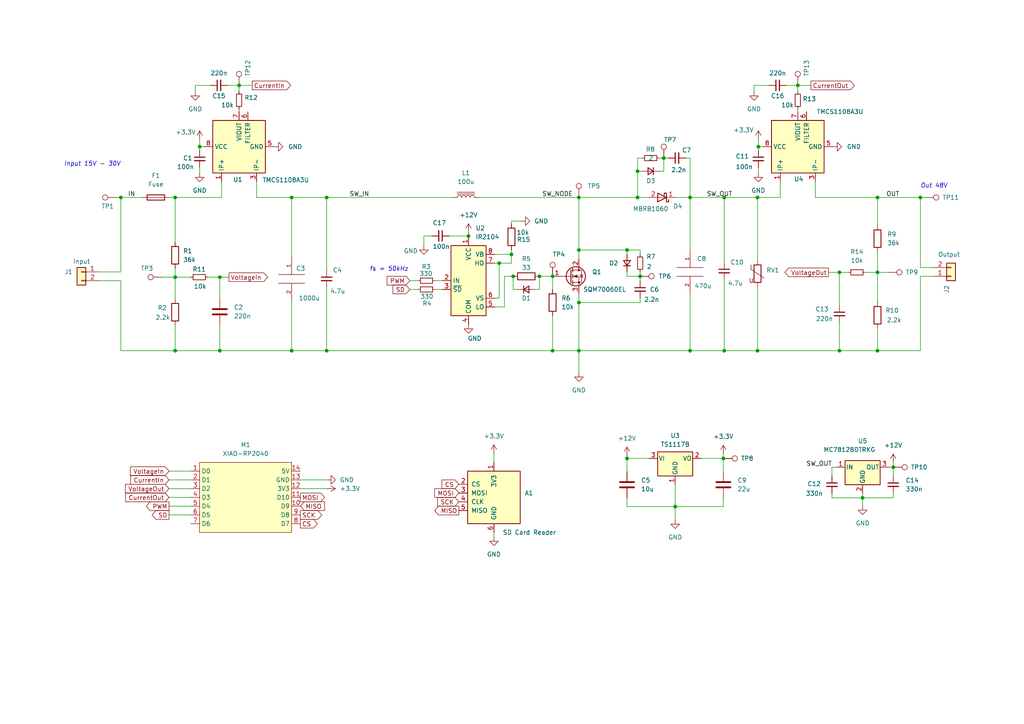
<source format=kicad_sch>
(kicad_sch (version 20230121) (generator eeschema)
  (paper "A4")
  (title_block (title "MPPTracker Boost Converter") (date "2023-02-01") (rev "1") (company "Arne Schmidt"))
  (junction (at 167.894 57.277))
  (junction (at 184.912 57.277))
  (junction (at 254.508 57.277))
  (junction (at 243.459 101.727))
  (junction (at 167.894 87.757))
  (junction (at 219.964 42.545))
  (junction (at 209.804 132.969))
  (junction (at 94.742 57.277))
  (junction (at 50.8 80.391))
  (junction (at 266.954 57.277))
  (junction (at 63.754 80.391))
  (junction (at 181.864 132.969))
  (junction (at 231.394 24.765))
  (junction (at 185.674 80.137))
  (junction (at 144.78 76.327))
  (junction (at 259.08 135.509))
  (junction (at 35.052 57.277))
  (junction (at 210.058 101.727))
  (junction (at 69.342 24.765))
  (junction (at 135.89 68.453))
  (junction (at 148.844 80.137))
  (junction (at 184.912 49.657))
  (junction (at 200.152 57.277))
  (junction (at 192.532 45.847))
  (junction (at 167.894 101.727))
  (junction (at 200.152 101.727))
  (junction (at 254.508 78.994))
  (junction (at 219.71 57.277))
  (junction (at 50.8 57.277))
  (junction (at 148.336 73.787))
  (junction (at 63.754 101.727))
  (junction (at 84.582 57.277))
  (junction (at 181.864 72.517))
  (junction (at 195.834 146.939))
  (junction (at 167.894 72.517))
  (junction (at 160.274 101.727))
  (junction (at 84.582 101.727))
  (junction (at 243.459 78.994))
  (junction (at 156.464 80.137))
  (junction (at 57.912 42.545))
  (junction (at 160.274 80.137))
  (junction (at 210.058 57.277))
  (junction (at 50.8 101.727))
  (junction (at 250.19 144.399))
  (junction (at 94.742 101.727))
  (junction (at 254.508 101.727))
  (junction (at 219.71 101.727))
  (wire (pts (xy 144.78 86.487) (xy 144.78 76.327)))
  (wire (pts (xy 50.8 57.277) (xy 64.262 57.277)))
  (wire (pts (xy 243.459 78.994) (xy 243.459 88.519)))
  (wire (pts (xy 167.894 85.217) (xy 167.894 87.757)))
  (wire (pts (xy 148.844 80.137) (xy 148.844 83.947)))
  (wire (pts (xy 236.474 52.705) (xy 236.474 57.277)))
  (wire (pts (xy 156.464 80.137) (xy 160.274 80.137)))
  (wire (pts (xy 143.51 73.787) (xy 148.336 73.787)))
  (wire (pts (xy 49.022 146.812) (xy 55.372 146.812)))
  (wire (pts (xy 143.51 86.487) (xy 144.78 86.487)))
  (wire (pts (xy 266.954 80.137) (xy 270.764 80.137)))
  (wire (pts (xy 35.052 57.277) (xy 41.402 57.277)))
  (wire (pts (xy 49.022 141.732) (xy 55.372 141.732)))
  (wire (pts (xy 219.71 57.277) (xy 226.314 57.277)))
  (wire (pts (xy 56.642 24.765) (xy 56.642 26.543)))
  (wire (pts (xy 94.742 101.727) (xy 160.274 101.727)))
  (wire (pts (xy 228.092 24.765) (xy 231.394 24.765)))
  (wire (pts (xy 60.96 24.765) (xy 56.642 24.765)))
  (wire (pts (xy 94.742 83.439) (xy 94.742 101.727)))
  (wire (pts (xy 254.508 78.994) (xy 254.508 87.63)))
  (wire (pts (xy 200.152 85.217) (xy 200.152 101.727)))
  (wire (pts (xy 148.336 76.327) (xy 148.336 73.787)))
  (wire (pts (xy 241.3 135.509) (xy 241.3 138.049)))
  (wire (pts (xy 57.912 42.545) (xy 57.912 43.561)))
  (wire (pts (xy 218.694 24.765) (xy 218.694 26.543)))
  (wire (pts (xy 181.864 80.137) (xy 185.674 80.137)))
  (wire (pts (xy 184.912 49.657) (xy 184.912 45.847)))
  (wire (pts (xy 231.394 24.765) (xy 235.204 24.765)))
  (wire (pts (xy 254.508 57.277) (xy 266.954 57.277)))
  (wire (pts (xy 35.052 57.277) (xy 35.052 78.867)))
  (wire (pts (xy 250.19 146.685) (xy 250.19 144.399)))
  (wire (pts (xy 254.508 101.727) (xy 266.954 101.727)))
  (wire (pts (xy 200.152 57.277) (xy 210.058 57.277)))
  (wire (pts (xy 241.3 144.399) (xy 241.3 143.129)))
  (wire (pts (xy 60.325 80.391) (xy 63.754 80.391)))
  (wire (pts (xy 143.256 131.572) (xy 143.256 134.112)))
  (wire (pts (xy 57.912 42.545) (xy 59.182 42.545)))
  (wire (pts (xy 69.342 31.623) (xy 69.342 32.385)))
  (wire (pts (xy 254.508 73.025) (xy 254.508 78.994)))
  (wire (pts (xy 191.262 45.847) (xy 192.532 45.847)))
  (wire (pts (xy 150.114 83.947) (xy 148.844 83.947)))
  (wire (pts (xy 226.314 52.705) (xy 226.314 57.277)))
  (wire (pts (xy 167.894 72.517) (xy 181.864 72.517)))
  (wire (pts (xy 259.08 138.049) (xy 259.08 135.509)))
  (wire (pts (xy 69.342 24.765) (xy 73.152 24.765)))
  (wire (pts (xy 219.964 48.641) (xy 219.964 50.165)))
  (wire (pts (xy 200.152 101.727) (xy 210.058 101.727)))
  (wire (pts (xy 209.804 132.969) (xy 209.804 136.779)))
  (wire (pts (xy 167.894 57.277) (xy 167.894 72.517)))
  (wire (pts (xy 192.532 49.657) (xy 192.532 45.847)))
  (wire (pts (xy 185.674 80.137) (xy 185.674 81.407)))
  (wire (pts (xy 231.394 24.765) (xy 231.394 26.543)))
  (wire (pts (xy 210.058 101.727) (xy 219.71 101.727)))
  (wire (pts (xy 250.19 144.399) (xy 241.3 144.399)))
  (wire (pts (xy 231.394 31.623) (xy 231.394 32.385)))
  (wire (pts (xy 266.954 57.277) (xy 266.954 77.597)))
  (wire (pts (xy 143.51 89.027) (xy 146.304 89.027)))
  (wire (pts (xy 130.302 68.453) (xy 135.89 68.453)))
  (wire (pts (xy 50.8 80.391) (xy 50.8 86.741)))
  (wire (pts (xy 181.864 72.517) (xy 185.674 72.517)))
  (wire (pts (xy 181.864 146.939) (xy 195.834 146.939)))
  (wire (pts (xy 49.022 57.277) (xy 50.8 57.277)))
  (wire (pts (xy 266.954 101.727) (xy 266.954 80.137)))
  (wire (pts (xy 219.964 42.545) (xy 221.234 42.545)))
  (wire (pts (xy 156.464 80.137) (xy 156.464 83.947)))
  (wire (pts (xy 198.882 45.847) (xy 200.152 45.847)))
  (wire (pts (xy 33.782 57.277) (xy 35.052 57.277)))
  (wire (pts (xy 118.872 83.947) (xy 121.158 83.947)))
  (wire (pts (xy 181.864 132.969) (xy 188.214 132.969)))
  (wire (pts (xy 35.052 81.407) (xy 28.702 81.407)))
  (wire (pts (xy 167.894 72.517) (xy 167.894 75.057)))
  (wire (pts (xy 209.804 144.399) (xy 209.804 146.939)))
  (wire (pts (xy 146.304 80.137) (xy 148.844 80.137)))
  (wire (pts (xy 84.582 87.249) (xy 84.582 101.727)))
  (wire (pts (xy 259.08 144.399) (xy 259.08 143.129)))
  (wire (pts (xy 84.582 57.277) (xy 94.742 57.277)))
  (wire (pts (xy 50.8 57.277) (xy 50.8 70.231)))
  (wire (pts (xy 195.834 57.277) (xy 200.152 57.277)))
  (wire (pts (xy 254.508 95.25) (xy 254.508 101.727)))
  (wire (pts (xy 160.274 91.567) (xy 160.274 101.727)))
  (wire (pts (xy 167.894 57.277) (xy 184.912 57.277)))
  (wire (pts (xy 219.964 40.513) (xy 219.964 42.545)))
  (wire (pts (xy 143.256 154.432) (xy 143.256 155.702)))
  (wire (pts (xy 148.336 64.135) (xy 148.336 64.897)))
  (wire (pts (xy 184.912 49.657) (xy 186.182 49.657)))
  (wire (pts (xy 66.04 24.765) (xy 69.342 24.765)))
  (wire (pts (xy 138.938 57.277) (xy 167.894 57.277)))
  (wire (pts (xy 185.674 87.757) (xy 167.894 87.757)))
  (wire (pts (xy 49.022 144.272) (xy 55.372 144.272)))
  (wire (pts (xy 241.3 135.509) (xy 242.57 135.509)))
  (wire (pts (xy 243.459 101.727) (xy 254.508 101.727)))
  (wire (pts (xy 64.262 52.705) (xy 64.262 57.277)))
  (wire (pts (xy 259.08 134.239) (xy 259.08 135.509)))
  (wire (pts (xy 63.754 101.727) (xy 84.582 101.727)))
  (wire (pts (xy 144.78 76.327) (xy 148.336 76.327)))
  (wire (pts (xy 74.422 52.705) (xy 74.422 57.277)))
  (wire (pts (xy 219.964 42.545) (xy 219.964 43.561)))
  (wire (pts (xy 181.864 132.969) (xy 181.864 136.779)))
  (wire (pts (xy 167.894 101.727) (xy 167.894 108.077)))
  (wire (pts (xy 46.99 80.391) (xy 50.8 80.391)))
  (wire (pts (xy 185.674 78.867) (xy 185.674 80.137)))
  (wire (pts (xy 143.51 76.327) (xy 144.78 76.327)))
  (wire (pts (xy 167.894 101.727) (xy 200.152 101.727)))
  (wire (pts (xy 191.262 49.657) (xy 192.532 49.657)))
  (wire (pts (xy 185.674 86.487) (xy 185.674 87.757)))
  (wire (pts (xy 151.13 64.135) (xy 148.336 64.135)))
  (wire (pts (xy 257.556 78.994) (xy 254.508 78.994)))
  (wire (pts (xy 57.912 40.513) (xy 57.912 42.545)))
  (wire (pts (xy 266.954 77.597) (xy 270.764 77.597)))
  (wire (pts (xy 181.864 144.399) (xy 181.864 146.939)))
  (wire (pts (xy 250.19 144.399) (xy 259.08 144.399)))
  (wire (pts (xy 254.508 57.277) (xy 254.508 65.405)))
  (wire (pts (xy 50.8 80.391) (xy 55.245 80.391)))
  (wire (pts (xy 184.912 49.657) (xy 184.912 57.277)))
  (wire (pts (xy 160.274 80.137) (xy 160.274 83.947)))
  (wire (pts (xy 135.89 68.453) (xy 135.89 68.707)))
  (wire (pts (xy 181.864 78.867) (xy 181.864 80.137)))
  (wire (pts (xy 209.804 131.699) (xy 209.804 132.969)))
  (wire (pts (xy 195.834 146.939) (xy 209.804 146.939)))
  (wire (pts (xy 148.336 73.787) (xy 148.336 72.517)))
  (wire (pts (xy 167.894 87.757) (xy 167.894 101.727)))
  (wire (pts (xy 257.81 135.509) (xy 259.08 135.509)))
  (wire (pts (xy 126.238 81.407) (xy 128.27 81.407)))
  (wire (pts (xy 210.058 57.277) (xy 219.71 57.277)))
  (wire (pts (xy 146.304 89.027) (xy 146.304 80.137)))
  (wire (pts (xy 122.936 68.453) (xy 122.936 71.247)))
  (wire (pts (xy 94.742 57.277) (xy 131.318 57.277)))
  (wire (pts (xy 203.454 132.969) (xy 209.804 132.969)))
  (wire (pts (xy 49.022 139.192) (xy 55.372 139.192)))
  (wire (pts (xy 63.754 80.391) (xy 66.421 80.391)))
  (wire (pts (xy 155.194 83.947) (xy 156.464 83.947)))
  (wire (pts (xy 236.474 57.277) (xy 254.508 57.277)))
  (wire (pts (xy 195.834 140.589) (xy 195.834 146.939)))
  (wire (pts (xy 125.222 68.453) (xy 122.936 68.453)))
  (wire (pts (xy 49.022 149.352) (xy 55.372 149.352)))
  (wire (pts (xy 87.122 141.732) (xy 94.742 141.732)))
  (wire (pts (xy 49.022 136.652) (xy 55.372 136.652)))
  (wire (pts (xy 184.912 57.277) (xy 188.214 57.277)))
  (wire (pts (xy 223.012 24.765) (xy 218.694 24.765)))
  (wire (pts (xy 181.864 72.517) (xy 181.864 73.787)))
  (wire (pts (xy 251.079 78.994) (xy 254.508 78.994)))
  (wire (pts (xy 50.8 94.361) (xy 50.8 101.727)))
  (wire (pts (xy 195.834 146.939) (xy 195.834 150.749)))
  (wire (pts (xy 243.459 78.994) (xy 245.999 78.994)))
  (wire (pts (xy 35.052 101.727) (xy 50.8 101.727)))
  (wire (pts (xy -32.385 188.468) (xy -30.353 188.468)))
  (wire (pts (xy 240.284 78.994) (xy 243.459 78.994)))
  (wire (pts (xy 69.342 24.765) (xy 69.342 26.543)))
  (wire (pts (xy 181.864 132.207) (xy 181.864 132.969)))
  (wire (pts (xy 118.872 81.407) (xy 121.158 81.407)))
  (wire (pts (xy 57.912 48.641) (xy 57.912 50.165)))
  (wire (pts (xy -32.512 183.007) (xy -30.226 183.007)))
  (wire (pts (xy 94.742 57.277) (xy 94.742 78.359)))
  (wire (pts (xy 200.152 57.277) (xy 200.152 72.517)))
  (wire (pts (xy 200.152 45.847) (xy 200.152 57.277)))
  (wire (pts (xy 185.674 73.787) (xy 185.674 72.517)))
  (wire (pts (xy 50.8 101.727) (xy 63.754 101.727)))
  (wire (pts (xy 35.052 101.727) (xy 35.052 81.407)))
  (wire (pts (xy 74.422 57.277) (xy 84.582 57.277)))
  (wire (pts (xy 84.582 101.727) (xy 94.742 101.727)))
  (wire (pts (xy 210.058 57.277) (xy 210.058 76.073)))
  (wire (pts (xy 35.052 78.867) (xy 28.702 78.867)))
  (wire (pts (xy 63.754 80.391) (xy 63.754 86.614)))
  (wire (pts (xy 243.459 93.599) (xy 243.459 101.727)))
  (wire (pts (xy 219.71 57.277) (xy 219.71 75.565)))
  (wire (pts (xy 135.89 67.437) (xy 135.89 68.453)))
  (wire (pts (xy 186.182 45.847) (xy 184.912 45.847)))
  (wire (pts (xy 219.71 83.185) (xy 219.71 101.727)))
  (wire (pts (xy 192.532 45.847) (xy 193.802 45.847)))
  (wire (pts (xy 266.954 57.277) (xy 268.224 57.277)))
  (wire (pts (xy 63.754 94.234) (xy 63.754 101.727)))
  (wire (pts (xy 87.122 139.192) (xy 94.742 139.192)))
  (wire (pts (xy 210.058 81.153) (xy 210.058 101.727)))
  (wire (pts (xy 250.19 143.129) (xy 250.19 144.399)))
  (wire (pts (xy 50.8 77.851) (xy 50.8 80.391)))
  (wire (pts (xy 126.238 83.947) (xy 128.27 83.947)))
  (wire (pts (xy 160.274 101.727) (xy 167.894 101.727)))
  (wire (pts (xy 219.71 101.727) (xy 243.459 101.727)))
  (wire (pts (xy 84.582 57.277) (xy 84.582 74.549)))
  (text "Out 48V" (at 266.954 54.737 0) (effects (font (size 1.27 1.27) italic) (justify left bottom)))
  (text "fs = 50kHz" (at 107.188 78.867 0) (effects (font (size 1.27 1.27) italic) (justify left bottom)))
  (text "Input 15V - 30V\n" (at 18.542 48.387 0) (effects (font (size 1.27 1.27) italic) (justify left bottom)))
  (label "SW_OUT" (at 204.978 57.277 0))
  (label "SW_OUT" (at 241.3 135.509 180))
  (label "SW_NODE" (at 157.226 57.277 0))
  (label "IN" (at 37.084 57.277 0))
  (label "OUT" (at 257.048 57.277 0))
  (label "SW_IN" (at 101.346 57.277 0))
  (global_label "PWM" (shape output) (at 49.022 146.812 180) (property "Intersheetrefs" "${INTERSHEET_REFS}" (effects hide)) (property "Referenzen zwischen Schaltplänen" "${INTERSHEET_REFS}" (effects hide)))
  (global_label "CurrentOut" (shape input) (at -32.893 207.391 180) (property "Intersheetrefs" "${INTERSHEET_REFS}" (effects hide)) (property "Referenzen zwischen Schaltplänen" "${INTERSHEET_REFS}" (effects hide)))
  (global_label "VoltageIn" (shape input) (at 49.022 136.652 180) (property "Intersheetrefs" "${INTERSHEET_REFS}" (effects hide)) (property "Referenzen zwischen Schaltplänen" "${INTERSHEET_REFS}" (effects hide)))
  (global_label "VoltageOut" (shape output) (at 240.284 78.994 180) (property "Intersheetrefs" "${INTERSHEET_REFS}" (effects hide)) (property "Referenzen zwischen Schaltplänen" "${INTERSHEET_REFS}" (effects hide)))
  (global_label "SD" (shape input) (at 118.872 83.947 180) (property "Intersheetrefs" "${INTERSHEET_REFS}" (effects hide)) (property "Referenzen zwischen Schaltplänen" "${INTERSHEET_REFS}" (effects hide)))
  (global_label "CurrentIn" (shape output) (at 73.152 24.765 0) (property "Intersheetrefs" "${INTERSHEET_REFS}" (effects hide)) (property "Referenzen zwischen Schaltplänen" "${INTERSHEET_REFS}" (effects hide)))
  (global_label "CurrentIn" (shape input) (at -32.893 202.438 180) (property "Intersheetrefs" "${INTERSHEET_REFS}" (effects hide)) (property "Referenzen zwischen Schaltplänen" "${INTERSHEET_REFS}" (effects hide)))
  (global_label "VoltageOut" (shape input) (at 49.022 141.732 180) (property "Intersheetrefs" "${INTERSHEET_REFS}" (effects hide)) (property "Referenzen zwischen Schaltplänen" "${INTERSHEET_REFS}" (effects hide)))
  (global_label "VoltageIn" (shape output) (at 66.421 80.391 0) (property "Intersheetrefs" "${INTERSHEET_REFS}" (effects hide)) (property "Referenzen zwischen Schaltplänen" "${INTERSHEET_REFS}" (effects hide)))
  (global_label "MISO" (shape input) (at 87.122 146.812 0) (property "Intersheetrefs" "${INTERSHEET_REFS}" (effects hide)) (property "Referenzen zwischen Schaltplänen" "${INTERSHEET_REFS}" (effects hide)))
  (global_label "CS" (shape input) (at 133.096 140.462 180) (property "Intersheetrefs" "${INTERSHEET_REFS}" (effects hide)) (property "Referenzen zwischen Schaltplänen" "${INTERSHEET_REFS}" (effects hide)))
  (global_label "SD" (shape output) (at 49.022 149.352 180) (property "Intersheetrefs" "${INTERSHEET_REFS}" (effects hide)) (property "Referenzen zwischen Schaltplänen" "${INTERSHEET_REFS}" (effects hide)))
  (global_label "MOSI" (shape output) (at 87.122 144.272 0) (property "Intersheetrefs" "${INTERSHEET_REFS}" (effects hide)) (property "Referenzen zwischen Schaltplänen" "${INTERSHEET_REFS}" (effects hide)))
  (global_label "IN" (shape input) (at -30.226 183.007 0) (property "Intersheetrefs" "${INTERSHEET_REFS}" (effects hide)) (property "Referenzen zwischen Schaltplänen" "${INTERSHEET_REFS}" (effects hide)))
  (global_label "CurrentOut" (shape output) (at 235.204 24.765 0) (property "Intersheetrefs" "${INTERSHEET_REFS}" (effects hide)) (property "Referenzen zwischen Schaltplänen" "${INTERSHEET_REFS}" (effects hide)))
  (global_label "SCK" (shape input) (at 133.096 145.542 180) (property "Intersheetrefs" "${INTERSHEET_REFS}" (effects hide)) (property "Referenzen zwischen Schaltplänen" "${INTERSHEET_REFS}" (effects hide)))
  (global_label "CS" (shape output) (at 87.122 151.892 0) (property "Intersheetrefs" "${INTERSHEET_REFS}" (effects hide)) (property "Referenzen zwischen Schaltplänen" "${INTERSHEET_REFS}" (effects hide)))
  (global_label "MISO" (shape output) (at 133.096 148.082 180) (property "Intersheetrefs" "${INTERSHEET_REFS}" (effects hide)) (property "Referenzen zwischen Schaltplänen" "${INTERSHEET_REFS}" (effects hide)))
  (global_label "VoltageIn" (shape input) (at -32.893 200.152 180) (property "Intersheetrefs" "${INTERSHEET_REFS}" (effects hide)) (property "Referenzen zwischen Schaltplänen" "${INTERSHEET_REFS}" (effects hide)))
  (global_label "CurrentIn" (shape input) (at 49.022 139.192 180) (property "Intersheetrefs" "${INTERSHEET_REFS}" (effects hide)) (property "Referenzen zwischen Schaltplänen" "${INTERSHEET_REFS}" (effects hide)))
  (global_label "SCK" (shape output) (at 87.122 149.352 0) (property "Intersheetrefs" "${INTERSHEET_REFS}" (effects hide)) (property "Referenzen zwischen Schaltplänen" "${INTERSHEET_REFS}" (effects hide)))
  (global_label "MOSI" (shape input) (at 133.096 143.002 180) (property "Intersheetrefs" "${INTERSHEET_REFS}" (effects hide)) (property "Referenzen zwischen Schaltplänen" "${INTERSHEET_REFS}" (effects hide)))
  (global_label "PWM" (shape input) (at 118.872 81.407 180) (property "Intersheetrefs" "${INTERSHEET_REFS}" (effects hide)) (property "Referenzen zwischen Schaltplänen" "${INTERSHEET_REFS}" (effects hide)))
  (global_label "VoltageOut" (shape input) (at -32.893 204.851 180) (property "Intersheetrefs" "${INTERSHEET_REFS}" (effects hide)) (property "Referenzen zwischen Schaltplänen" "${INTERSHEET_REFS}" (effects hide)))
  (global_label "CurrentOut" (shape input) (at 49.022 144.272 180) (property "Intersheetrefs" "${INTERSHEET_REFS}" (effects hide)) (property "Referenzen zwischen Schaltplänen" "${INTERSHEET_REFS}" (effects hide)))
  (symbol (lib_id "Connector:TestPoint") (at -32.893 207.391 270) (unit 1)
    (property "Reference" "TP17" (at -26.035 207.391 90))
    (property "Value" "TestPoint" (effects hide))
    (property "Footprint" "TestPoint:TestPoint_THTPad_D2.0mm_Drill1.0mm" (effects hide))
    (property "Sim.Enable" "0" (effects hide))
  )
  (symbol (lib_id "power:+3.3V") (at 209.804 131.699 0) (unit 1)
    (property "Reference" "#PWR0103" (effects hide))
    (property "Value" "+3.3V" (at 209.804 126.619 0))
  )
  (symbol (lib_id "Device:C_Small") (at 185.674 83.947 0) (unit 1)
    (property "Reference" "C6" (at 188.468 83.9532 0) (effects (justify left)))
    (property "Value" "2.2n" (at 186.817 86.868 0) (effects (justify left)))
    (property "Footprint" "TestPoint:TestPoint_2Pads_Pitch2.54mm_Drill0.8mm" (effects hide))
    (property "Sim.Device" "C" (effects hide))
    (property "Sim.Pins" "1=+ 2=-" (effects hide))
  )
  (symbol (lib_id "power:GND") (at 135.89 94.107 0) (unit 1)
    (property "Reference" "#PWR0114" (effects hide))
    (property "Value" "GND" (at 135.636 98.171 0) (effects (justify left)))
  )
  (symbol (lib_id "Device:R_Small") (at 123.698 83.947 90) (unit 1)
    (property "Reference" "R4" (at 125.222 88.011 90) (effects (justify left)))
    (property "Value" "330" (at 125.73 85.979 90) (effects (justify left)))
    (property "Footprint" "Resistor_SMD:R_0805_2012Metric_Pad1.20x1.40mm_HandSolder" (effects hide))
    (property "Sim.Device" "R" (effects hide))
    (property "Sim.Pins" "1=+ 2=-" (effects hide))
  )
  (symbol (lib_id "Device:C_Small") (at 63.5 24.765 90) (unit 1)
    (property "Reference" "C15" (at 63.5 27.813 90))
    (property "Value" "220n" (at 63.5 21.209 90))
    (property "Footprint" "Capacitor_SMD:C_0805_2012Metric_Pad1.18x1.45mm_HandSolder" (effects hide))
    (property "Sim.Device" "C" (effects hide))
    (property "Sim.Pins" "1=+ 2=-" (effects hide))
  )
  (symbol (lib_id "Connector:TestPoint") (at 209.804 132.969 270) (unit 1)
    (property "Reference" "TP8" (at 214.884 132.9689 90) (effects (justify left)))
    (property "Value" "TestPoint" (effects hide))
    (property "Footprint" "TestPoint:TestPoint_THTPad_D2.0mm_Drill1.0mm" (effects hide))
    (property "Sim.Enable" "0" (effects hide))
  )
  (symbol (lib_id "Device:R_Small") (at 123.698 81.407 90) (unit 1)
    (property "Reference" "R3" (at 124.968 77.343 90) (effects (justify left)))
    (property "Value" "330" (at 125.476 79.375 90) (effects (justify left)))
    (property "Footprint" "Resistor_SMD:R_0805_2012Metric_Pad1.20x1.40mm_HandSolder" (effects hide))
    (property "Sim.Device" "R" (effects hide))
    (property "Sim.Pins" "1=+ 2=-" (effects hide))
  )
  (symbol (lib_id "Connector_Generic:Conn_01x02") (at 275.844 80.137 0) (mirror x) (unit 1)
    (property "Reference" "J2" (at 274.5739 82.677 90) (effects (justify left)))
    (property "Value" "Output" (at 272.034 73.787 0) (effects (justify left)))
    (property "Footprint" "TerminalBlock_MetzConnect:TerminalBlock_MetzConnect_Type094_RT03502HBLU_1x02_P5.00mm_Horizontal" (effects hide))
    (property "Sim.Enable" "0" (effects hide))
  )
  (symbol (lib_id "pspice:CAP") (at 84.582 80.899 0) (unit 1)
    (property "Reference" "C3" (at 85.852 77.851 0) (effects (justify left)))
    (property "Value" "1000u" (at 86.614 86.487 0) (effects (justify left)))
    (property "Footprint" "Capacitor_THT:CP_Radial_D16.0mm_P7.50mm" (effects hide))
    (property "Sim.Device" "C" (effects hide))
    (property "Sim.Params" "c=1m" (effects hide))
    (property "Sim.Pins" "1=+ 2=-" (effects hide))
  )
  (symbol (lib_id "Connector:TestPoint") (at 231.394 24.765 0) (unit 1)
    (property "Reference" "TP13" (at 233.934 22.225 90) (effects (justify left)))
    (property "Value" "TestPoint" (effects hide))
    (property "Footprint" "TestPoint:TestPoint_THTPad_D2.0mm_Drill1.0mm" (effects hide))
    (property "Sim.Enable" "0" (effects hide))
  )
  (symbol (lib_id "power:+3.3V") (at 219.964 40.513 0) (unit 1)
    (property "Reference" "#PWR0101" (effects hide))
    (property "Value" "+3.3V" (at 215.646 37.719 0))
  )
  (symbol (lib_id "xiao-rp2040:XIAO-RP2040") (at 70.612 144.272 0) (unit 1)
    (property "Reference" "M1" (at 71.247 129.032 0))
    (property "Value" "XIAO-RP2040" (at 71.247 131.572 0))
    (property "Footprint" "xiao-rp2040:XIAO-RP2040" (effects hide))
    (property "Sim.Enable" "0" (effects hide))
  )
  (symbol (lib_id "Device:R") (at 148.336 68.707 0) (unit 1)
    (property "Reference" "R15" (at 151.892 69.469 0))
    (property "Value" "10k" (at 151.638 67.437 0))
    (property "Footprint" "Resistor_SMD:R_0805_2012Metric_Pad1.20x1.40mm_HandSolder" (effects hide))
    (property "Sim.Device" "R" (effects hide))
    (property "Sim.Pins" "1=+ 2=-" (effects hide))
  )
  (symbol (lib_id "power:GND") (at 151.13 64.135 90) (unit 1)
    (property "Reference" "#PWR0109" (effects hide))
    (property "Value" "GND" (at 154.94 64.1349 90) (effects (justify right)))
  )
  (symbol (lib_id "Device:C_Small") (at 196.342 45.847 90) (unit 1)
    (property "Reference" "C7" (at 199.136 43.561 90))
    (property "Value" "2.2n" (at 196.85 49.276 90))
    (property "Footprint" "TestPoint:TestPoint_2Pads_Pitch2.54mm_Drill0.8mm" (effects hide))
    (property "Sim.Device" "C" (effects hide))
    (property "Sim.Pins" "1=+ 2=-" (effects hide))
  )
  (symbol (lib_id "power:+3.3V") (at 143.256 131.572 0) (unit 1)
    (property "Reference" "#PWR07" (effects hide))
    (property "Value" "+3.3V" (at 143.256 126.492 0))
  )
  (symbol (lib_id "pspice:CAP") (at 200.152 78.867 0) (unit 1)
    (property "Reference" "C8" (at 202.184 75.057 0) (effects (justify left)))
    (property "Value" "470u" (at 201.422 82.931 0) (effects (justify left)))
    (property "Footprint" "Capacitor_THT:CP_Radial_D13.0mm_P5.00mm" (effects hide))
    (property "Sim.Device" "C" (effects hide))
    (property "Sim.Params" "c=470u" (effects hide))
    (property "Sim.Pins" "1=+ 2=-" (effects hide))
  )
  (symbol (lib_id "Device:C_Small") (at 259.08 140.589 0) (unit 1)
    (property "Reference" "C14" (at 262.636 139.3252 0) (effects (justify left)))
    (property "Value" "330n" (at 262.636 141.8652 0) (effects (justify left)))
    (property "Footprint" "Capacitor_SMD:C_0805_2012Metric_Pad1.18x1.45mm_HandSolder" (effects hide))
    (property "Sim.Device" "C" (effects hide))
    (property "Sim.Pins" "1=+ 2=-" (effects hide))
  )
  (symbol (lib_id "Device:D_Small") (at 181.864 76.327 90) (unit 1)
    (property "Reference" "D2" (at 179.324 76.327 90) (effects (justify left)))
    (property "Value" "snubber" (effects hide))
    (property "Footprint" "Diode_SMD:D_0805_2012Metric_Pad1.15x1.40mm_HandSolder" (effects hide))
    (property "Sim.Device" "D" (effects hide))
    (property "Sim.Pins" "1=A 2=K" (effects hide))
    (property "Sim.Params" "temp=35 m=0" (effects hide))
  )
  (symbol (lib_id "Device:R_Small") (at 231.394 29.083 0) (unit 1)
    (property "Reference" "R13" (at 232.791 28.702 0) (effects (justify left)))
    (property "Value" "10k" (at 226.568 30.48 0) (effects (justify left)))
    (property "Footprint" "Resistor_SMD:R_0805_2012Metric_Pad1.20x1.40mm_HandSolder" (effects hide))
    (property "Sim.Device" "R" (effects hide))
    (property "Sim.Pins" "1=+ 2=-" (effects hide))
  )
  (symbol (lib_id "Driver_FET:IR2104") (at 135.89 81.407 0) (unit 1)
    (property "Reference" "U2" (at 137.9094 66.167 0) (effects (justify left)))
    (property "Value" "IR2104" (at 137.9094 68.707 0) (effects (justify left)))
    (property "Footprint" "Package_SO:SOIC-8_3.9x4.9mm_P1.27mm" (effects hide))
    (property "Datasheet" "https://www.infineon.com/dgdl/ir2104.pdf?fileId=5546d462533600a4015355c7c1c31671" (effects hide))
    (property "LCSC" "C2960" (effects hide))
    (property "Sim.Name" "IR2104_INPUT_STAGE" (effects hide))
    (property "Sim.Library" "spice/IR2104.lib" (effects hide))
    (property "Sim.Device" "SUBCKT" (effects hide))
    (property "Sim.Pins" "1=LIN_DD 2=HIN_DD 3=SD_DD 4=LIN 5=HIN 6=SD 7=COM" (effects hide))
    (property "Sim.Enable" "0" (effects hide))
  )
  (symbol (lib_id "Sensor_Current:ACS725xLCTR-20AU") (at 69.342 42.545 90) (unit 1)
    (property "Reference" "U1" (at 70.358 52.07 90) (effects (justify left)))
    (property "Value" "TMCS1108A3U" (at 89.662 52.197 90) (effects (justify left)))
    (property "Footprint" "Package_SO:SOIC-8_3.9x4.9mm_P1.27mm" (effects hide))
    (property "Datasheet" "http://www.allegromicro.com/~/media/Files/Datasheets/ACS725-Datasheet.ashx?la=en" (effects hide))
    (property "LCSC" "C3684263" (effects hide))
    (property "Sim.Name" "TMCS1108A3U" (effects hide))
    (property "Sim.Device" "R" (effects hide))
    (property "Sim.Pins" "1=+ 2=-" (effects hide))
    (property "Sim.Params" "r=0" (effects hide))
  )
  (symbol (lib_id "Regulator_Linear:L7812") (at 250.19 135.509 0) (unit 1)
    (property "Reference" "U5" (at 250.19 127.889 0))
    (property "Value" "MC7812BDTRKG" (at 246.38 130.429 0))
    (property "Footprint" "Package_TO_SOT_SMD:TO-263-3_TabPin2" (effects hide))
    (property "Datasheet" "http://www.st.com/content/ccc/resource/technical/document/datasheet/41/4f/b3/b0/12/d4/47/88/CD00000444.pdf/files/CD00000444.pdf/jcr:content/translations/en.CD00000444.pdf" (effects hide))
    (property "Sim.Name" "7812" (effects hide))
    (property "Sim.Library" "spice/regulators.lib" (effects hide))
    (property "Sim.Device" "SUBCKT" (effects hide))
    (property "Sim.Pins" "1=In 2=Aj 3=Out" (effects hide))
    (property "Sim.Enable" "0" (effects hide))
  )
  (symbol (lib_id "power:GND") (at 250.19 146.685 0) (unit 1)
    (property "Reference" "#PWR0107" (effects hide))
    (property "Value" "GND" (at 250.19 151.765 0))
  )
  (symbol (lib_id "power:+12V") (at 181.864 132.207 0) (unit 1)
    (property "Reference" "#PWR012" (effects hide))
    (property "Value" "+12V" (at 181.864 127.127 0))
  )
  (symbol (lib_id "power:GND") (at 79.502 42.545 90) (unit 1)
    (property "Reference" "#PWR0113" (effects hide))
    (property "Value" "GND" (at 83.566 42.5449 90) (effects (justify right)))
  )
  (symbol (lib_id "Device:R") (at 254.508 69.215 0) (unit 1)
    (property "Reference" "R9" (at 257.302 67.9449 0) (effects (justify left)))
    (property "Value" "36k" (at 257.302 70.4849 0) (effects (justify left)))
    (property "Footprint" "Resistor_SMD:R_0805_2012Metric_Pad1.20x1.40mm_HandSolder" (effects hide))
    (property "Sim.Device" "R" (effects hide))
    (property "Sim.Pins" "1=+ 2=-" (effects hide))
  )
  (symbol (lib_id "Device:R_Small") (at 185.674 76.327 0) (unit 1)
    (property "Reference" "R7" (at 187.452 74.422 0) (effects (justify left)))
    (property "Value" "2" (at 187.579 77.343 0) (effects (justify left)))
    (property "Footprint" "TestPoint:TestPoint_2Pads_Pitch2.54mm_Drill0.8mm" (effects hide))
    (property "Sim.Device" "R" (effects hide))
    (property "Sim.Pins" "1=+ 2=-" (effects hide))
  )
  (symbol (lib_id "Connector:TestPoint") (at 185.674 80.137 270) (unit 1)
    (property "Reference" "TP6" (at 191.008 80.1369 90) (effects (justify left)))
    (property "Value" "TestPoint" (effects hide))
    (property "Footprint" "TestPoint:TestPoint_THTPad_D2.0mm_Drill1.0mm" (effects hide))
    (property "Sim.Enable" "0" (effects hide))
  )
  (symbol (lib_id "Device:R") (at 50.8 90.551 0) (unit 1)
    (property "Reference" "R2" (at 45.72 89.281 0) (effects (justify left)))
    (property "Value" "2.2k" (at 45.085 92.075 0) (effects (justify left)))
    (property "Footprint" "Resistor_SMD:R_0805_2012Metric_Pad1.20x1.40mm_HandSolder" (effects hide))
    (property "Sim.Device" "R" (effects hide))
    (property "Sim.Pins" "1=+ 2=-" (effects hide))
  )
  (symbol (lib_id "Device:R") (at 160.274 87.757 0) (unit 1)
    (property "Reference" "R6" (at 162.814 86.4869 0) (effects (justify left)))
    (property "Value" "10k" (at 162.814 89.0269 0) (effects (justify left)))
    (property "Footprint" "Resistor_SMD:R_0805_2012Metric_Pad1.20x1.40mm_HandSolder" (effects hide))
    (property "Sim.Device" "R" (effects hide))
    (property "Sim.Pins" "1=+ 2=-" (effects hide))
  )
  (symbol (lib_id "Connector:TestPoint") (at 268.224 57.277 270) (unit 1)
    (property "Reference" "TP11" (at 273.304 57.2769 90) (effects (justify left)))
    (property "Value" "TestPoint" (effects hide))
    (property "Footprint" "TestPoint:TestPoint_THTPad_D2.0mm_Drill1.0mm" (effects hide))
    (property "Sim.Enable" "0" (effects hide))
  )
  (symbol (lib_id "Device:R") (at 50.8 74.041 0) (unit 1)
    (property "Reference" "R1" (at 53.086 72.7709 0) (effects (justify left)))
    (property "Value" "36k" (at 53.086 75.3109 0) (effects (justify left)))
    (property "Footprint" "Resistor_SMD:R_0805_2012Metric_Pad1.20x1.40mm_HandSolder" (effects hide))
    (property "Sim.Device" "R" (effects hide))
    (property "Sim.Pins" "1=+ 2=-" (effects hide))
  )
  (symbol (lib_id "Device:C") (at 63.754 90.424 0) (unit 1)
    (property "Reference" "C2" (at 67.818 89.1539 0) (effects (justify left)))
    (property "Value" "220n" (at 67.818 91.6939 0) (effects (justify left)))
    (property "Footprint" "Capacitor_SMD:C_0805_2012Metric_Pad1.18x1.45mm_HandSolder" (effects hide))
    (property "Sim.Device" "C" (effects hide))
    (property "Sim.Pins" "1=+ 2=-" (effects hide))
  )
  (symbol (lib_id "power:PWR_FLAG") (at -32.385 188.468 90) (unit 1)
    (property "Reference" "#FLG02" (effects hide))
    (property "Value" "PWR_FLAG" (at -36.703 188.4679 90) (effects (justify left)))
  )
  (symbol (lib_id "Connector_Generic:Conn_01x02") (at 23.622 78.867 0) (mirror y) (unit 1)
    (property "Reference" "J1" (at 21.082 78.8669 0) (effects (justify left)))
    (property "Value" "Input" (at 26.162 75.819 0) (effects (justify left)))
    (property "Footprint" "TerminalBlock_MetzConnect:TerminalBlock_MetzConnect_Type094_RT03502HBLU_1x02_P5.00mm_Horizontal" (effects hide))
    (property "Sim.Enable" "0" (effects hide))
  )
  (symbol (lib_id "power:GND") (at 167.894 108.077 0) (unit 1)
    (property "Reference" "#PWR0108" (effects hide))
    (property "Value" "GND" (at 167.894 113.157 0))
  )
  (symbol (lib_id "Device:Fuse") (at 45.212 57.277 90) (unit 1)
    (property "Reference" "F1" (at 45.212 50.927 90))
    (property "Value" "Fuse" (at 45.212 53.467 90))
    (property "Footprint" "Fuse:Fuseholder_Clip-5x20mm_Littelfuse_520_Inline_P20.50x5.80mm_D1.30mm_Horizontal" (effects hide))
    (property "Sim.Device" "R" (effects hide))
    (property "Sim.Pins" "1=+ 2=-" (effects hide))
    (property "Sim.Params" "r=0" (effects hide))
  )
  (symbol (lib_id "Device:C") (at 209.804 140.589 0) (unit 1)
    (property "Reference" "C9" (at 213.868 139.3189 0) (effects (justify left)))
    (property "Value" "22u" (at 213.868 141.8589 0) (effects (justify left)))
    (property "Footprint" "Capacitor_SMD:C_0805_2012Metric_Pad1.18x1.45mm_HandSolder" (effects hide))
    (property "Sim.Device" "C" (effects hide))
    (property "Sim.Pins" "1=+ 2=-" (effects hide))
  )
  (symbol (lib_id "Device:R") (at 254.508 91.44 0) (unit 1)
    (property "Reference" "R10" (at 256.794 90.043 0) (effects (justify left)))
    (property "Value" "2.2k" (at 257.175 92.837 0) (effects (justify left)))
    (property "Footprint" "Resistor_SMD:R_0805_2012Metric_Pad1.20x1.40mm_HandSolder" (effects hide))
    (property "Sim.Device" "R" (effects hide))
    (property "Sim.Pins" "1=+ 2=-" (effects hide))
  )
  (symbol (lib_id "Device:C_Small") (at 219.964 46.101 0) (unit 1)
    (property "Reference" "C11" (at 213.36 45.339 0) (effects (justify left)))
    (property "Value" "100n" (at 213.36 48.387 0) (effects (justify left)))
    (property "Footprint" "Capacitor_SMD:C_0805_2012Metric_Pad1.18x1.45mm_HandSolder" (effects hide))
    (property "Sim.Device" "C" (effects hide))
    (property "Sim.Pins" "1=+ 2=-" (effects hide))
  )
  (symbol (lib_id "Transistor_FET:IRLZ44N") (at 165.354 80.137 0) (unit 1)
    (property "Reference" "Q1" (at 171.704 78.8669 0) (effects (justify left)))
    (property "Value" "SQM70060EL" (at 169.164 83.947 0) (effects (justify left)))
    (property "Footprint" "Package_TO_SOT_SMD:TO-263-3_TabPin2" (effects hide))
    (property "Datasheet" "http://www.irf.com/product-info/datasheets/data/irlz44n.pdf" (effects hide))
    (property "Sim.Library" "spice/SQM70060EL_PSPICE/SQM70060EL_PS_RC_Rev_A.LIB" (effects hide))
    (property "Sim.Name" "SQM70060EL" (effects hide))
    (property "Sim.Device" "SUBCKT" (effects hide))
    (property "Sim.Pins" "1=D 2=G 3=S" (effects hide))
    (property "Sim.Enable" "0" (effects hide))
  )
  (symbol (lib_id "Device:R_Small") (at 69.342 29.083 0) (unit 1)
    (property "Reference" "R12" (at 70.866 28.321 0) (effects (justify left)))
    (property "Value" "10k" (at 64.135 30.48 0) (effects (justify left)))
    (property "Footprint" "Resistor_SMD:R_0805_2012Metric_Pad1.20x1.40mm_HandSolder" (effects hide))
    (property "Sim.Device" "R" (effects hide))
    (property "Sim.Pins" "1=+ 2=-" (effects hide))
  )
  (symbol (lib_id "power:GND") (at 195.834 150.749 0) (unit 1)
    (property "Reference" "#PWR0106" (effects hide))
    (property "Value" "GND" (at 195.834 155.829 0))
  )
  (symbol (lib_id "power:PWR_FLAG") (at -32.512 183.007 90) (unit 1)
    (property "Reference" "#FLG01" (effects hide))
    (property "Value" "PWR_FLAG" (at -36.703 183.0069 90) (effects (justify left)))
  )
  (symbol (lib_id "Device:C_Small") (at 57.912 46.101 0) (unit 1)
    (property "Reference" "C1" (at 53.086 45.847 0) (effects (justify left)))
    (property "Value" "100n" (at 51.308 48.387 0) (effects (justify left)))
    (property "Footprint" "Capacitor_SMD:C_0805_2012Metric_Pad1.18x1.45mm_HandSolder" (effects hide))
    (property "Sim.Device" "C" (effects hide))
    (property "Sim.Pins" "1=+ 2=-" (effects hide))
  )
  (symbol (lib_id "Sensor_Current:ACS725xLCTR-20AU") (at 231.394 42.545 90) (unit 1)
    (property "Reference" "U4" (at 233.045 51.943 90) (effects (justify left)))
    (property "Value" "TMCS1108A3U" (at 250.444 32.385 90) (effects (justify left)))
    (property "Footprint" "Package_SO:SOIC-8_3.9x4.9mm_P1.27mm" (effects hide))
    (property "Datasheet" "http://www.allegromicro.com/~/media/Files/Datasheets/ACS725-Datasheet.ashx?la=en" (effects hide))
    (property "LCSC" "C3684263" (effects hide))
    (property "Sim.Name" "TMCS1108A3U" (effects hide))
    (property "Sim.Device" "R" (effects hide))
    (property "Sim.Pins" "1=+ 2=-" (effects hide))
    (property "Sim.Params" "r=0" (effects hide))
  )
  (symbol (lib_id "power:GND") (at 56.642 26.543 0) (unit 1)
    (property "Reference" "#PWR0111" (effects hide))
    (property "Value" "GND" (at 56.642 31.623 0))
  )
  (symbol (lib_id "Connector:TestPoint") (at 46.99 80.391 90) (unit 1)
    (property "Reference" "TP3" (at 44.45 77.851 90) (effects (justify left)))
    (property "Value" "TestPoint" (effects hide))
    (property "Footprint" "TestPoint:TestPoint_THTPad_D2.0mm_Drill1.0mm" (effects hide))
    (property "Sim.Enable" "0" (effects hide))
  )
  (symbol (lib_id "power:GND") (at 143.256 155.702 0) (unit 1)
    (property "Reference" "#PWR08" (effects hide))
    (property "Value" "GND" (at 143.256 160.782 0))
  )
  (symbol (lib_id "Connector:TestPoint") (at 257.556 78.994 270) (unit 1)
    (property "Reference" "TP9" (at 262.636 78.9939 90) (effects (justify left)))
    (property "Value" "TestPoint" (effects hide))
    (property "Footprint" "TestPoint:TestPoint_THTPad_D2.0mm_Drill1.0mm" (effects hide))
    (property "Sim.Enable" "0" (effects hide))
  )
  (symbol (lib_id "Device:R_Small") (at 188.722 45.847 90) (unit 1)
    (property "Reference" "R8" (at 189.992 43.307 90) (effects (justify left)))
    (property "Value" "2" (at 189.484 45.847 90) (effects (justify left)))
    (property "Footprint" "TestPoint:TestPoint_2Pads_Pitch2.54mm_Drill0.8mm" (effects hide))
    (property "Sim.Device" "R" (effects hide))
    (property "Sim.Pins" "1=+ 2=-" (effects hide))
  )
  (symbol (lib_id "Device:C_Small") (at 241.3 140.589 0) (unit 1)
    (property "Reference" "C12" (at 234.188 140.335 0) (effects (justify left)))
    (property "Value" "330n" (at 233.68 143.129 0) (effects (justify left)))
    (property "Footprint" "Capacitor_SMD:C_0805_2012Metric_Pad1.18x1.45mm_HandSolder" (effects hide))
    (property "Sim.Device" "C" (effects hide))
    (property "Sim.Pins" "1=+ 2=-" (effects hide))
  )
  (symbol (lib_id "Device:C_Small") (at 210.058 78.613 0) (unit 1)
    (property "Reference" "C10" (at 211.836 76.073 0) (effects (justify left)))
    (property "Value" "4.7u" (at 211.074 82.169 0) (effects (justify left)))
    (property "Footprint" "Capacitor_SMD:C_1210_3225Metric_Pad1.33x2.70mm_HandSolder" (effects hide))
    (property "Sim.Device" "C" (effects hide))
    (property "Sim.Pins" "1=+ 2=-" (effects hide))
  )
  (symbol (lib_id "Device:C_Small") (at 127.762 68.453 270) (unit 1)
    (property "Reference" "C17" (at 125.476 64.643 90) (effects (justify left)))
    (property "Value" "100n" (at 125.476 71.501 90) (effects (justify left)))
    (property "Footprint" "Capacitor_SMD:C_0805_2012Metric_Pad1.18x1.45mm_HandSolder" (effects hide))
    (property "Sim.Device" "C" (effects hide))
    (property "Sim.Pins" "1=+ 2=-" (effects hide))
  )
  (symbol (lib_id "power:GND") (at 57.912 50.165 0) (unit 1)
    (property "Reference" "#PWR0110" (effects hide))
    (property "Value" "GND" (at 57.912 55.245 0))
  )
  (symbol (lib_id "Connector:TestPoint") (at -32.893 200.152 270) (unit 1)
    (property "Reference" "TP14" (at -26.035 200.152 90))
    (property "Value" "TestPoint" (effects hide))
    (property "Footprint" "TestPoint:TestPoint_THTPad_D2.0mm_Drill1.0mm" (effects hide))
    (property "Sim.Enable" "0" (effects hide))
  )
  (symbol (lib_id "Device:C_Small") (at 225.552 24.765 90) (unit 1)
    (property "Reference" "C16" (at 225.552 27.813 90))
    (property "Value" "220n" (at 225.552 21.209 90))
    (property "Footprint" "Capacitor_SMD:C_0805_2012Metric_Pad1.18x1.45mm_HandSolder" (effects hide))
    (property "Sim.Device" "C" (effects hide))
    (property "Sim.Pins" "1=+ 2=-" (effects hide))
  )
  (symbol (lib_id "Regulator_Linear:AZ1117-3.3") (at 195.834 132.969 0) (unit 1)
    (property "Reference" "U3" (at 195.834 126.365 0))
    (property "Value" "TS1117B" (at 195.834 128.905 0))
    (property "Footprint" "Package_TO_SOT_SMD:SOT-223-3_TabPin2" (effects hide))
    (property "Datasheet" "https://www.diodes.com/assets/Datasheets/AZ1117.pdf" (effects hide))
    (property "LCSC" "C6186" (effects hide))
    (property "Sim.Name" "LM1117_N_3P3_F1" (effects hide))
    (property "Sim.Library" "spice/LM1117_N_3P3_TRANS.LIB" (effects hide))
    (property "Sim.Device" "SUBCKT" (effects hide))
    (property "Sim.Pins" "1=1 2=2 3=3" (effects hide))
    (property "Sim.Enable" "0" (effects hide))
  )
  (symbol (lib_id "Connector:TestPoint") (at 33.782 57.277 90) (unit 1)
    (property "Reference" "TP1" (at 31.242 59.817 90))
    (property "Value" "TestPoint" (effects hide))
    (property "Footprint" "TestPoint:TestPoint_THTPad_D2.0mm_Drill1.0mm" (effects hide))
    (property "Sim.Enable" "0" (effects hide))
  )
  (symbol (lib_id "Device:Varistor") (at 219.71 79.375 0) (unit 1)
    (property "Reference" "RV1" (at 222.25 78.3581 0) (effects (justify left)))
    (property "Value" "V07P42AUTO" (effects hide))
    (property "Footprint" "Varistor:RV_Disc_D7mm_W3.4mm_P5mm" (effects hide))
    (property "Sim.Device" "SPICE" (effects hide))
    (property "Sim.Params" "type=\"I\" model=\"Varistor\" lib=\"\"" (effects hide))
    (property "Sim.Pins" "1=1 2=2" (effects hide))
    (property "Sim.Enable" "0" (effects hide))
  )
  (symbol (lib_id "Charleslabs_Parts:SD_Card_Module") (at 143.256 144.272 0) (unit 1)
    (property "Reference" "A1" (at 152.146 143.0019 0) (effects (justify left)))
    (property "Value" "SD Card Reader" (at 145.796 154.432 0) (effects (justify left)))
    (property "Footprint" "Charleslabs_Parts:SD_Card_Module" (effects hide))
    (property "Sim.Enable" "0" (effects hide))
  )
  (symbol (lib_id "Device:D_Schottky") (at 192.024 57.277 180) (unit 1)
    (property "Reference" "D4" (at 196.596 59.817 0))
    (property "Value" "MBRB1060" (at 188.722 60.579 0))
    (property "Footprint" "Package_TO_SOT_SMD:TO-263-2_TabPin1" (effects hide))
    (property "Sim.Device" "D" (effects hide))
    (property "Sim.Params" "temp=35 m=500m is=132.385u rs=12.2186m n=2 tt=0 cjo=10p vj=700m m=500m eg=828.762m xti=3.80757 kf=0 af=1 fc=500m bv=60 ibv=100u" (effects hide))
    (property "Sim.Pins" "1=K 2=A" (effects hide))
    (property "Sim.Name" "Dmbr1060" (effects hide))
    (property "Sim.Library" "spice/MBR1060.LIB" (effects hide))
    (property "Sim.Enable" "0" (effects hide))
  )
  (symbol (lib_id "power:+12V") (at 259.08 134.239 0) (unit 1)
    (property "Reference" "#PWR019" (effects hide))
    (property "Value" "+12V" (at 259.08 129.159 0))
  )
  (symbol (lib_id "power:+3.3V") (at 94.742 141.732 270) (unit 1)
    (property "Reference" "#PWR06" (effects hide))
    (property "Value" "+3.3V" (at 98.552 141.7319 90) (effects (justify left)))
  )
  (symbol (lib_id "Device:R_Small") (at 57.785 80.391 90) (unit 1)
    (property "Reference" "R11" (at 57.785 78.105 90))
    (property "Value" "10k" (at 58.039 83.058 90))
    (property "Footprint" "Resistor_SMD:R_0805_2012Metric_Pad1.20x1.40mm_HandSolder" (effects hide))
    (property "Sim.Device" "R" (effects hide))
    (property "Sim.Pins" "1=+ 2=-" (effects hide))
  )
  (symbol (lib_id "Device:C_Small") (at 243.459 91.059 0) (unit 1)
    (property "Reference" "C13" (at 236.474 89.662 0) (effects (justify left)))
    (property "Value" "220n" (at 236.601 92.456 0) (effects (justify left)))
    (property "Footprint" "Capacitor_SMD:C_0805_2012Metric_Pad1.18x1.45mm_HandSolder" (effects hide))
    (property "Sim.Device" "C" (effects hide))
    (property "Sim.Pins" "1=+ 2=-" (effects hide))
  )
  (symbol (lib_id "Device:R_Small") (at 248.539 78.994 90) (unit 1)
    (property "Reference" "R14" (at 248.539 73.025 90))
    (property "Value" "10k" (at 248.539 75.565 90))
    (property "Footprint" "Resistor_SMD:R_0805_2012Metric_Pad1.20x1.40mm_HandSolder" (effects hide))
    (property "Sim.Device" "R" (effects hide))
    (property "Sim.Pins" "1=+ 2=-" (effects hide))
  )
  (symbol (lib_id "Connector:TestPoint") (at -32.893 202.438 270) (unit 1)
    (property "Reference" "TP15" (at -26.035 202.438 90))
    (property "Value" "TestPoint" (effects hide))
    (property "Footprint" "TestPoint:TestPoint_THTPad_D2.0mm_Drill1.0mm" (effects hide))
    (property "Sim.Enable" "0" (effects hide))
  )
  (symbol (lib_id "Connector:TestPoint") (at 259.08 135.509 270) (unit 1)
    (property "Reference" "TP10" (at 264.16 135.5089 90) (effects (justify left)))
    (property "Value" "TestPoint" (effects hide))
    (property "Footprint" "TestPoint:TestPoint_THTPad_D2.0mm_Drill1.0mm" (effects hide))
    (property "Sim.Enable" "0" (effects hide))
  )
  (symbol (lib_id "Device:D_Small") (at 152.654 83.947 0) (unit 1)
    (property "Reference" "D1" (at 152.654 86.487 0))
    (property "Value" "D_gatedriver" (effects hide))
    (property "Footprint" "Diode_SMD:D_0805_2012Metric_Pad1.15x1.40mm_HandSolder" (effects hide))
    (property "Sim.Device" "D" (effects hide))
    (property "Sim.Pins" "1=A 2=K" (effects hide))
    (property "Sim.Params" "temp=35 cjo=0" (effects hide))
  )
  (symbol (lib_id "Connector:TestPoint") (at 167.894 57.277 0) (unit 1)
    (property "Reference" "TP5" (at 170.434 53.9749 0) (effects (justify left)))
    (property "Value" "TestPoint" (effects hide))
    (property "Footprint" "TestPoint:TestPoint_THTPad_D2.0mm_Drill1.0mm" (effects hide))
    (property "Sim.Enable" "0" (effects hide))
  )
  (symbol (lib_id "Device:C") (at 181.864 140.589 0) (unit 1)
    (property "Reference" "C5" (at 185.928 139.3189 0) (effects (justify left)))
    (property "Value" "10u" (at 185.928 141.8589 0) (effects (justify left)))
    (property "Footprint" "Capacitor_SMD:C_0805_2012Metric_Pad1.18x1.45mm_HandSolder" (effects hide))
    (property "Sim.Device" "C" (effects hide))
    (property "Sim.Pins" "1=+ 2=-" (effects hide))
  )
  (symbol (lib_id "Connector:TestPoint") (at 160.274 80.137 0) (unit 1)
    (property "Reference" "TP4" (at 160.274 73.787 0) (effects (justify left)))
    (property "Value" "TestPoint" (effects hide))
    (property "Footprint" "TestPoint:TestPoint_THTPad_D2.0mm_Drill1.0mm" (effects hide))
    (property "Sim.Enable" "0" (effects hide))
  )
  (symbol (lib_id "Device:D_Small") (at 188.722 49.657 180) (unit 1)
    (property "Reference" "D3" (at 190.119 52.451 0) (effects (justify left)))
    (property "Value" "snubber" (effects hide))
    (property "Footprint" "Diode_SMD:D_0805_2012Metric_Pad1.15x1.40mm_HandSolder" (effects hide))
    (property "Sim.Device" "D" (effects hide))
    (property "Sim.Pins" "1=A 2=K" (effects hide))
    (property "Sim.Params" "temp=35 m=0" (effects hide))
  )
  (symbol (lib_id "power:GND") (at 94.742 139.192 90) (unit 1)
    (property "Reference" "#PWR05" (effects hide))
    (property "Value" "GND" (at 98.552 139.1921 90) (effects (justify right)))
  )
  (symbol (lib_id "Device:L_Iron") (at 135.128 57.277 90) (unit 1)
    (property "Reference" "L1" (at 135.128 50.165 90))
    (property "Value" "100u" (at 135.128 52.705 90))
    (property "Footprint" "Inductor_THT:L_Toroid_Vertical_L54.0mm_W23.8mm_P20.10mm_Bourns_5700" (effects hide))
    (property "Sim.Device" "L" (effects hide))
    (property "Sim.Params" "l=100u" (effects hide))
    (property "Sim.Pins" "1=+ 2=-" (effects hide))
  )
  (symbol (lib_id "Connector:TestPoint") (at -32.893 204.851 270) (unit 1)
    (property "Reference" "TP16" (at -26.035 204.851 90))
    (property "Value" "TestPoint" (effects hide))
    (property "Footprint" "TestPoint:TestPoint_THTPad_D2.0mm_Drill1.0mm" (effects hide))
    (property "Sim.Enable" "0" (effects hide))
  )
  (symbol (lib_id "power:GND") (at 122.936 71.247 0) (unit 1)
    (property "Reference" "#PWR02" (effects hide))
    (property "Value" "GND" (at 117.094 72.771 0) (effects (justify left)))
  )
  (symbol (lib_id "power:GND") (at 218.694 26.543 0) (unit 1)
    (property "Reference" "#PWR0104" (effects hide))
    (property "Value" "GND" (at 218.694 31.623 0))
  )
  (symbol (lib_id "Device:C_Small") (at 94.742 80.899 0) (unit 1)
    (property "Reference" "C4" (at 96.52 78.359 0) (effects (justify left)))
    (property "Value" "4.7u" (at 95.758 84.455 0) (effects (justify left)))
    (property "Footprint" "Capacitor_SMD:C_1210_3225Metric_Pad1.33x2.70mm_HandSolder" (effects hide))
    (property "Sim.Device" "C" (effects hide))
    (property "Sim.Pins" "1=+ 2=-" (effects hide))
  )
  (symbol (lib_id "Connector:TestPoint") (at 192.532 45.847 0) (unit 1)
    (property "Reference" "TP7" (at 192.5319 40.513 0) (effects (justify left)))
    (property "Value" "TestPoint" (effects hide))
    (property "Footprint" "TestPoint:TestPoint_THTPad_D2.0mm_Drill1.0mm" (effects hide))
    (property "Sim.Enable" "0" (effects hide))
  )
  (symbol (lib_id "Device:R") (at 152.654 80.137 90) (unit 1)
    (property "Reference" "R5" (at 152.654 75.057 90))
    (property "Value" "33" (at 152.654 77.597 90))
    (property "Footprint" "Resistor_SMD:R_0805_2012Metric_Pad1.20x1.40mm_HandSolder" (effects hide))
    (property "Sim.Device" "R" (effects hide))
    (property "Sim.Pins" "1=+ 2=-" (effects hide))
  )
  (symbol (lib_id "power:+3.3V") (at 57.912 40.513 0) (unit 1)
    (property "Reference" "#PWR0102" (effects hide))
    (property "Value" "+3.3V" (at 53.848 38.354 0))
  )
  (symbol (lib_id "power:GND") (at -30.353 188.468 90) (unit 1)
    (property "Reference" "#PWR01" (effects hide))
    (property "Value" "GND" (at -26.543 188.4679 90) (effects (justify right)))
  )
  (symbol (lib_id "power:GND") (at 241.554 42.545 90) (unit 1)
    (property "Reference" "#PWR0112" (effects hide))
    (property "Value" "GND" (at 245.618 42.5449 90) (effects (justify right)))
  )
  (symbol (lib_id "power:GND") (at 219.964 50.165 0) (unit 1)
    (property "Reference" "#PWR0105" (effects hide))
    (property "Value" "GND" (at 219.964 55.245 0))
  )
  (symbol (lib_id "Connector:TestPoint") (at 69.342 24.765 0) (unit 1)
    (property "Reference" "TP12" (at 71.882 22.225 90) (effects (justify left)))
    (property "Value" "TestPoint" (effects hide))
    (property "Footprint" "TestPoint:TestPoint_THTPad_D2.0mm_Drill1.0mm" (effects hide))
    (property "Sim.Enable" "0" (effects hide))
  )
  (symbol (lib_id "power:+12V") (at 135.89 67.437 0) (unit 1)
    (property "Reference" "#PWR09" (effects hide))
    (property "Value" "+12V" (at 135.89 62.357 0))
  )
)
</source>
